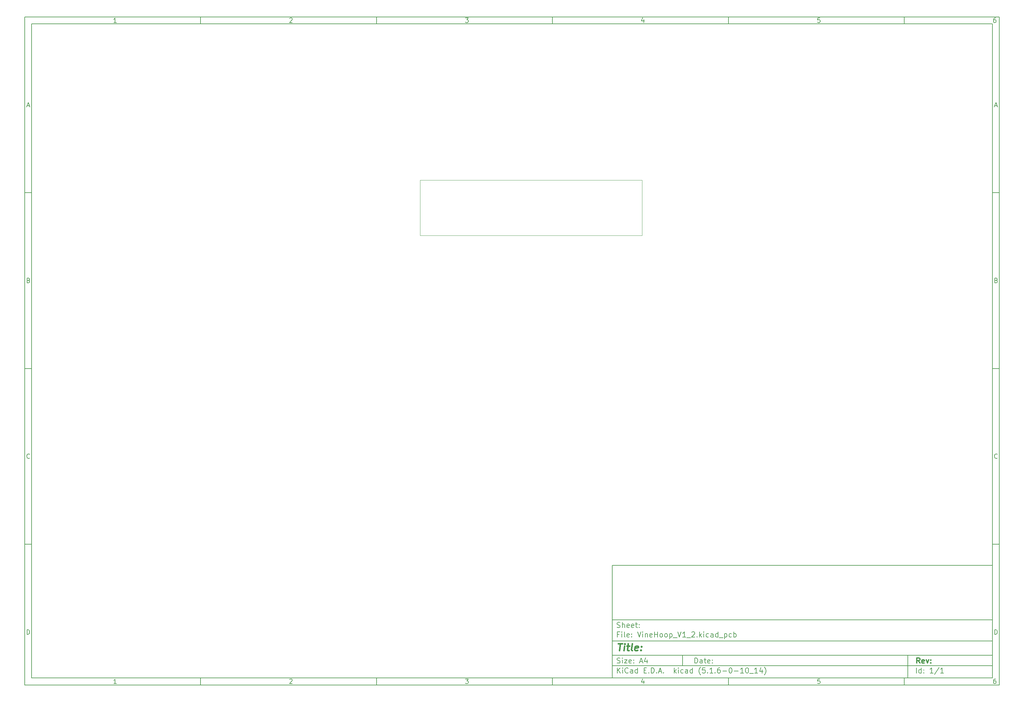
<source format=gm1>
G04 #@! TF.GenerationSoftware,KiCad,Pcbnew,(5.1.6-0-10_14)*
G04 #@! TF.CreationDate,2020-07-22T23:19:56-07:00*
G04 #@! TF.ProjectId,VineHoop_V1_2,56696e65-486f-46f7-905f-56315f322e6b,rev?*
G04 #@! TF.SameCoordinates,Original*
G04 #@! TF.FileFunction,Profile,NP*
%FSLAX46Y46*%
G04 Gerber Fmt 4.6, Leading zero omitted, Abs format (unit mm)*
G04 Created by KiCad (PCBNEW (5.1.6-0-10_14)) date 2020-07-22 23:19:56*
%MOMM*%
%LPD*%
G01*
G04 APERTURE LIST*
%ADD10C,0.100000*%
%ADD11C,0.150000*%
%ADD12C,0.300000*%
%ADD13C,0.400000*%
G04 #@! TA.AperFunction,Profile*
%ADD14C,0.050000*%
G04 #@! TD*
G04 APERTURE END LIST*
D10*
D11*
X177002200Y-166007200D02*
X177002200Y-198007200D01*
X285002200Y-198007200D01*
X285002200Y-166007200D01*
X177002200Y-166007200D01*
D10*
D11*
X10000000Y-10000000D02*
X10000000Y-200007200D01*
X287002200Y-200007200D01*
X287002200Y-10000000D01*
X10000000Y-10000000D01*
D10*
D11*
X12000000Y-12000000D02*
X12000000Y-198007200D01*
X285002200Y-198007200D01*
X285002200Y-12000000D01*
X12000000Y-12000000D01*
D10*
D11*
X60000000Y-12000000D02*
X60000000Y-10000000D01*
D10*
D11*
X110000000Y-12000000D02*
X110000000Y-10000000D01*
D10*
D11*
X160000000Y-12000000D02*
X160000000Y-10000000D01*
D10*
D11*
X210000000Y-12000000D02*
X210000000Y-10000000D01*
D10*
D11*
X260000000Y-12000000D02*
X260000000Y-10000000D01*
D10*
D11*
X36065476Y-11588095D02*
X35322619Y-11588095D01*
X35694047Y-11588095D02*
X35694047Y-10288095D01*
X35570238Y-10473809D01*
X35446428Y-10597619D01*
X35322619Y-10659523D01*
D10*
D11*
X85322619Y-10411904D02*
X85384523Y-10350000D01*
X85508333Y-10288095D01*
X85817857Y-10288095D01*
X85941666Y-10350000D01*
X86003571Y-10411904D01*
X86065476Y-10535714D01*
X86065476Y-10659523D01*
X86003571Y-10845238D01*
X85260714Y-11588095D01*
X86065476Y-11588095D01*
D10*
D11*
X135260714Y-10288095D02*
X136065476Y-10288095D01*
X135632142Y-10783333D01*
X135817857Y-10783333D01*
X135941666Y-10845238D01*
X136003571Y-10907142D01*
X136065476Y-11030952D01*
X136065476Y-11340476D01*
X136003571Y-11464285D01*
X135941666Y-11526190D01*
X135817857Y-11588095D01*
X135446428Y-11588095D01*
X135322619Y-11526190D01*
X135260714Y-11464285D01*
D10*
D11*
X185941666Y-10721428D02*
X185941666Y-11588095D01*
X185632142Y-10226190D02*
X185322619Y-11154761D01*
X186127380Y-11154761D01*
D10*
D11*
X236003571Y-10288095D02*
X235384523Y-10288095D01*
X235322619Y-10907142D01*
X235384523Y-10845238D01*
X235508333Y-10783333D01*
X235817857Y-10783333D01*
X235941666Y-10845238D01*
X236003571Y-10907142D01*
X236065476Y-11030952D01*
X236065476Y-11340476D01*
X236003571Y-11464285D01*
X235941666Y-11526190D01*
X235817857Y-11588095D01*
X235508333Y-11588095D01*
X235384523Y-11526190D01*
X235322619Y-11464285D01*
D10*
D11*
X285941666Y-10288095D02*
X285694047Y-10288095D01*
X285570238Y-10350000D01*
X285508333Y-10411904D01*
X285384523Y-10597619D01*
X285322619Y-10845238D01*
X285322619Y-11340476D01*
X285384523Y-11464285D01*
X285446428Y-11526190D01*
X285570238Y-11588095D01*
X285817857Y-11588095D01*
X285941666Y-11526190D01*
X286003571Y-11464285D01*
X286065476Y-11340476D01*
X286065476Y-11030952D01*
X286003571Y-10907142D01*
X285941666Y-10845238D01*
X285817857Y-10783333D01*
X285570238Y-10783333D01*
X285446428Y-10845238D01*
X285384523Y-10907142D01*
X285322619Y-11030952D01*
D10*
D11*
X60000000Y-198007200D02*
X60000000Y-200007200D01*
D10*
D11*
X110000000Y-198007200D02*
X110000000Y-200007200D01*
D10*
D11*
X160000000Y-198007200D02*
X160000000Y-200007200D01*
D10*
D11*
X210000000Y-198007200D02*
X210000000Y-200007200D01*
D10*
D11*
X260000000Y-198007200D02*
X260000000Y-200007200D01*
D10*
D11*
X36065476Y-199595295D02*
X35322619Y-199595295D01*
X35694047Y-199595295D02*
X35694047Y-198295295D01*
X35570238Y-198481009D01*
X35446428Y-198604819D01*
X35322619Y-198666723D01*
D10*
D11*
X85322619Y-198419104D02*
X85384523Y-198357200D01*
X85508333Y-198295295D01*
X85817857Y-198295295D01*
X85941666Y-198357200D01*
X86003571Y-198419104D01*
X86065476Y-198542914D01*
X86065476Y-198666723D01*
X86003571Y-198852438D01*
X85260714Y-199595295D01*
X86065476Y-199595295D01*
D10*
D11*
X135260714Y-198295295D02*
X136065476Y-198295295D01*
X135632142Y-198790533D01*
X135817857Y-198790533D01*
X135941666Y-198852438D01*
X136003571Y-198914342D01*
X136065476Y-199038152D01*
X136065476Y-199347676D01*
X136003571Y-199471485D01*
X135941666Y-199533390D01*
X135817857Y-199595295D01*
X135446428Y-199595295D01*
X135322619Y-199533390D01*
X135260714Y-199471485D01*
D10*
D11*
X185941666Y-198728628D02*
X185941666Y-199595295D01*
X185632142Y-198233390D02*
X185322619Y-199161961D01*
X186127380Y-199161961D01*
D10*
D11*
X236003571Y-198295295D02*
X235384523Y-198295295D01*
X235322619Y-198914342D01*
X235384523Y-198852438D01*
X235508333Y-198790533D01*
X235817857Y-198790533D01*
X235941666Y-198852438D01*
X236003571Y-198914342D01*
X236065476Y-199038152D01*
X236065476Y-199347676D01*
X236003571Y-199471485D01*
X235941666Y-199533390D01*
X235817857Y-199595295D01*
X235508333Y-199595295D01*
X235384523Y-199533390D01*
X235322619Y-199471485D01*
D10*
D11*
X285941666Y-198295295D02*
X285694047Y-198295295D01*
X285570238Y-198357200D01*
X285508333Y-198419104D01*
X285384523Y-198604819D01*
X285322619Y-198852438D01*
X285322619Y-199347676D01*
X285384523Y-199471485D01*
X285446428Y-199533390D01*
X285570238Y-199595295D01*
X285817857Y-199595295D01*
X285941666Y-199533390D01*
X286003571Y-199471485D01*
X286065476Y-199347676D01*
X286065476Y-199038152D01*
X286003571Y-198914342D01*
X285941666Y-198852438D01*
X285817857Y-198790533D01*
X285570238Y-198790533D01*
X285446428Y-198852438D01*
X285384523Y-198914342D01*
X285322619Y-199038152D01*
D10*
D11*
X10000000Y-60000000D02*
X12000000Y-60000000D01*
D10*
D11*
X10000000Y-110000000D02*
X12000000Y-110000000D01*
D10*
D11*
X10000000Y-160000000D02*
X12000000Y-160000000D01*
D10*
D11*
X10690476Y-35216666D02*
X11309523Y-35216666D01*
X10566666Y-35588095D02*
X11000000Y-34288095D01*
X11433333Y-35588095D01*
D10*
D11*
X11092857Y-84907142D02*
X11278571Y-84969047D01*
X11340476Y-85030952D01*
X11402380Y-85154761D01*
X11402380Y-85340476D01*
X11340476Y-85464285D01*
X11278571Y-85526190D01*
X11154761Y-85588095D01*
X10659523Y-85588095D01*
X10659523Y-84288095D01*
X11092857Y-84288095D01*
X11216666Y-84350000D01*
X11278571Y-84411904D01*
X11340476Y-84535714D01*
X11340476Y-84659523D01*
X11278571Y-84783333D01*
X11216666Y-84845238D01*
X11092857Y-84907142D01*
X10659523Y-84907142D01*
D10*
D11*
X11402380Y-135464285D02*
X11340476Y-135526190D01*
X11154761Y-135588095D01*
X11030952Y-135588095D01*
X10845238Y-135526190D01*
X10721428Y-135402380D01*
X10659523Y-135278571D01*
X10597619Y-135030952D01*
X10597619Y-134845238D01*
X10659523Y-134597619D01*
X10721428Y-134473809D01*
X10845238Y-134350000D01*
X11030952Y-134288095D01*
X11154761Y-134288095D01*
X11340476Y-134350000D01*
X11402380Y-134411904D01*
D10*
D11*
X10659523Y-185588095D02*
X10659523Y-184288095D01*
X10969047Y-184288095D01*
X11154761Y-184350000D01*
X11278571Y-184473809D01*
X11340476Y-184597619D01*
X11402380Y-184845238D01*
X11402380Y-185030952D01*
X11340476Y-185278571D01*
X11278571Y-185402380D01*
X11154761Y-185526190D01*
X10969047Y-185588095D01*
X10659523Y-185588095D01*
D10*
D11*
X287002200Y-60000000D02*
X285002200Y-60000000D01*
D10*
D11*
X287002200Y-110000000D02*
X285002200Y-110000000D01*
D10*
D11*
X287002200Y-160000000D02*
X285002200Y-160000000D01*
D10*
D11*
X285692676Y-35216666D02*
X286311723Y-35216666D01*
X285568866Y-35588095D02*
X286002200Y-34288095D01*
X286435533Y-35588095D01*
D10*
D11*
X286095057Y-84907142D02*
X286280771Y-84969047D01*
X286342676Y-85030952D01*
X286404580Y-85154761D01*
X286404580Y-85340476D01*
X286342676Y-85464285D01*
X286280771Y-85526190D01*
X286156961Y-85588095D01*
X285661723Y-85588095D01*
X285661723Y-84288095D01*
X286095057Y-84288095D01*
X286218866Y-84350000D01*
X286280771Y-84411904D01*
X286342676Y-84535714D01*
X286342676Y-84659523D01*
X286280771Y-84783333D01*
X286218866Y-84845238D01*
X286095057Y-84907142D01*
X285661723Y-84907142D01*
D10*
D11*
X286404580Y-135464285D02*
X286342676Y-135526190D01*
X286156961Y-135588095D01*
X286033152Y-135588095D01*
X285847438Y-135526190D01*
X285723628Y-135402380D01*
X285661723Y-135278571D01*
X285599819Y-135030952D01*
X285599819Y-134845238D01*
X285661723Y-134597619D01*
X285723628Y-134473809D01*
X285847438Y-134350000D01*
X286033152Y-134288095D01*
X286156961Y-134288095D01*
X286342676Y-134350000D01*
X286404580Y-134411904D01*
D10*
D11*
X285661723Y-185588095D02*
X285661723Y-184288095D01*
X285971247Y-184288095D01*
X286156961Y-184350000D01*
X286280771Y-184473809D01*
X286342676Y-184597619D01*
X286404580Y-184845238D01*
X286404580Y-185030952D01*
X286342676Y-185278571D01*
X286280771Y-185402380D01*
X286156961Y-185526190D01*
X285971247Y-185588095D01*
X285661723Y-185588095D01*
D10*
D11*
X200434342Y-193785771D02*
X200434342Y-192285771D01*
X200791485Y-192285771D01*
X201005771Y-192357200D01*
X201148628Y-192500057D01*
X201220057Y-192642914D01*
X201291485Y-192928628D01*
X201291485Y-193142914D01*
X201220057Y-193428628D01*
X201148628Y-193571485D01*
X201005771Y-193714342D01*
X200791485Y-193785771D01*
X200434342Y-193785771D01*
X202577200Y-193785771D02*
X202577200Y-193000057D01*
X202505771Y-192857200D01*
X202362914Y-192785771D01*
X202077200Y-192785771D01*
X201934342Y-192857200D01*
X202577200Y-193714342D02*
X202434342Y-193785771D01*
X202077200Y-193785771D01*
X201934342Y-193714342D01*
X201862914Y-193571485D01*
X201862914Y-193428628D01*
X201934342Y-193285771D01*
X202077200Y-193214342D01*
X202434342Y-193214342D01*
X202577200Y-193142914D01*
X203077200Y-192785771D02*
X203648628Y-192785771D01*
X203291485Y-192285771D02*
X203291485Y-193571485D01*
X203362914Y-193714342D01*
X203505771Y-193785771D01*
X203648628Y-193785771D01*
X204720057Y-193714342D02*
X204577200Y-193785771D01*
X204291485Y-193785771D01*
X204148628Y-193714342D01*
X204077200Y-193571485D01*
X204077200Y-193000057D01*
X204148628Y-192857200D01*
X204291485Y-192785771D01*
X204577200Y-192785771D01*
X204720057Y-192857200D01*
X204791485Y-193000057D01*
X204791485Y-193142914D01*
X204077200Y-193285771D01*
X205434342Y-193642914D02*
X205505771Y-193714342D01*
X205434342Y-193785771D01*
X205362914Y-193714342D01*
X205434342Y-193642914D01*
X205434342Y-193785771D01*
X205434342Y-192857200D02*
X205505771Y-192928628D01*
X205434342Y-193000057D01*
X205362914Y-192928628D01*
X205434342Y-192857200D01*
X205434342Y-193000057D01*
D10*
D11*
X177002200Y-194507200D02*
X285002200Y-194507200D01*
D10*
D11*
X178434342Y-196585771D02*
X178434342Y-195085771D01*
X179291485Y-196585771D02*
X178648628Y-195728628D01*
X179291485Y-195085771D02*
X178434342Y-195942914D01*
X179934342Y-196585771D02*
X179934342Y-195585771D01*
X179934342Y-195085771D02*
X179862914Y-195157200D01*
X179934342Y-195228628D01*
X180005771Y-195157200D01*
X179934342Y-195085771D01*
X179934342Y-195228628D01*
X181505771Y-196442914D02*
X181434342Y-196514342D01*
X181220057Y-196585771D01*
X181077200Y-196585771D01*
X180862914Y-196514342D01*
X180720057Y-196371485D01*
X180648628Y-196228628D01*
X180577200Y-195942914D01*
X180577200Y-195728628D01*
X180648628Y-195442914D01*
X180720057Y-195300057D01*
X180862914Y-195157200D01*
X181077200Y-195085771D01*
X181220057Y-195085771D01*
X181434342Y-195157200D01*
X181505771Y-195228628D01*
X182791485Y-196585771D02*
X182791485Y-195800057D01*
X182720057Y-195657200D01*
X182577200Y-195585771D01*
X182291485Y-195585771D01*
X182148628Y-195657200D01*
X182791485Y-196514342D02*
X182648628Y-196585771D01*
X182291485Y-196585771D01*
X182148628Y-196514342D01*
X182077200Y-196371485D01*
X182077200Y-196228628D01*
X182148628Y-196085771D01*
X182291485Y-196014342D01*
X182648628Y-196014342D01*
X182791485Y-195942914D01*
X184148628Y-196585771D02*
X184148628Y-195085771D01*
X184148628Y-196514342D02*
X184005771Y-196585771D01*
X183720057Y-196585771D01*
X183577200Y-196514342D01*
X183505771Y-196442914D01*
X183434342Y-196300057D01*
X183434342Y-195871485D01*
X183505771Y-195728628D01*
X183577200Y-195657200D01*
X183720057Y-195585771D01*
X184005771Y-195585771D01*
X184148628Y-195657200D01*
X186005771Y-195800057D02*
X186505771Y-195800057D01*
X186720057Y-196585771D02*
X186005771Y-196585771D01*
X186005771Y-195085771D01*
X186720057Y-195085771D01*
X187362914Y-196442914D02*
X187434342Y-196514342D01*
X187362914Y-196585771D01*
X187291485Y-196514342D01*
X187362914Y-196442914D01*
X187362914Y-196585771D01*
X188077200Y-196585771D02*
X188077200Y-195085771D01*
X188434342Y-195085771D01*
X188648628Y-195157200D01*
X188791485Y-195300057D01*
X188862914Y-195442914D01*
X188934342Y-195728628D01*
X188934342Y-195942914D01*
X188862914Y-196228628D01*
X188791485Y-196371485D01*
X188648628Y-196514342D01*
X188434342Y-196585771D01*
X188077200Y-196585771D01*
X189577200Y-196442914D02*
X189648628Y-196514342D01*
X189577200Y-196585771D01*
X189505771Y-196514342D01*
X189577200Y-196442914D01*
X189577200Y-196585771D01*
X190220057Y-196157200D02*
X190934342Y-196157200D01*
X190077200Y-196585771D02*
X190577200Y-195085771D01*
X191077200Y-196585771D01*
X191577200Y-196442914D02*
X191648628Y-196514342D01*
X191577200Y-196585771D01*
X191505771Y-196514342D01*
X191577200Y-196442914D01*
X191577200Y-196585771D01*
X194577200Y-196585771D02*
X194577200Y-195085771D01*
X194720057Y-196014342D02*
X195148628Y-196585771D01*
X195148628Y-195585771D02*
X194577200Y-196157200D01*
X195791485Y-196585771D02*
X195791485Y-195585771D01*
X195791485Y-195085771D02*
X195720057Y-195157200D01*
X195791485Y-195228628D01*
X195862914Y-195157200D01*
X195791485Y-195085771D01*
X195791485Y-195228628D01*
X197148628Y-196514342D02*
X197005771Y-196585771D01*
X196720057Y-196585771D01*
X196577200Y-196514342D01*
X196505771Y-196442914D01*
X196434342Y-196300057D01*
X196434342Y-195871485D01*
X196505771Y-195728628D01*
X196577200Y-195657200D01*
X196720057Y-195585771D01*
X197005771Y-195585771D01*
X197148628Y-195657200D01*
X198434342Y-196585771D02*
X198434342Y-195800057D01*
X198362914Y-195657200D01*
X198220057Y-195585771D01*
X197934342Y-195585771D01*
X197791485Y-195657200D01*
X198434342Y-196514342D02*
X198291485Y-196585771D01*
X197934342Y-196585771D01*
X197791485Y-196514342D01*
X197720057Y-196371485D01*
X197720057Y-196228628D01*
X197791485Y-196085771D01*
X197934342Y-196014342D01*
X198291485Y-196014342D01*
X198434342Y-195942914D01*
X199791485Y-196585771D02*
X199791485Y-195085771D01*
X199791485Y-196514342D02*
X199648628Y-196585771D01*
X199362914Y-196585771D01*
X199220057Y-196514342D01*
X199148628Y-196442914D01*
X199077200Y-196300057D01*
X199077200Y-195871485D01*
X199148628Y-195728628D01*
X199220057Y-195657200D01*
X199362914Y-195585771D01*
X199648628Y-195585771D01*
X199791485Y-195657200D01*
X202077200Y-197157200D02*
X202005771Y-197085771D01*
X201862914Y-196871485D01*
X201791485Y-196728628D01*
X201720057Y-196514342D01*
X201648628Y-196157200D01*
X201648628Y-195871485D01*
X201720057Y-195514342D01*
X201791485Y-195300057D01*
X201862914Y-195157200D01*
X202005771Y-194942914D01*
X202077200Y-194871485D01*
X203362914Y-195085771D02*
X202648628Y-195085771D01*
X202577200Y-195800057D01*
X202648628Y-195728628D01*
X202791485Y-195657200D01*
X203148628Y-195657200D01*
X203291485Y-195728628D01*
X203362914Y-195800057D01*
X203434342Y-195942914D01*
X203434342Y-196300057D01*
X203362914Y-196442914D01*
X203291485Y-196514342D01*
X203148628Y-196585771D01*
X202791485Y-196585771D01*
X202648628Y-196514342D01*
X202577200Y-196442914D01*
X204077200Y-196442914D02*
X204148628Y-196514342D01*
X204077200Y-196585771D01*
X204005771Y-196514342D01*
X204077200Y-196442914D01*
X204077200Y-196585771D01*
X205577200Y-196585771D02*
X204720057Y-196585771D01*
X205148628Y-196585771D02*
X205148628Y-195085771D01*
X205005771Y-195300057D01*
X204862914Y-195442914D01*
X204720057Y-195514342D01*
X206220057Y-196442914D02*
X206291485Y-196514342D01*
X206220057Y-196585771D01*
X206148628Y-196514342D01*
X206220057Y-196442914D01*
X206220057Y-196585771D01*
X207577200Y-195085771D02*
X207291485Y-195085771D01*
X207148628Y-195157200D01*
X207077200Y-195228628D01*
X206934342Y-195442914D01*
X206862914Y-195728628D01*
X206862914Y-196300057D01*
X206934342Y-196442914D01*
X207005771Y-196514342D01*
X207148628Y-196585771D01*
X207434342Y-196585771D01*
X207577200Y-196514342D01*
X207648628Y-196442914D01*
X207720057Y-196300057D01*
X207720057Y-195942914D01*
X207648628Y-195800057D01*
X207577200Y-195728628D01*
X207434342Y-195657200D01*
X207148628Y-195657200D01*
X207005771Y-195728628D01*
X206934342Y-195800057D01*
X206862914Y-195942914D01*
X208362914Y-196014342D02*
X209505771Y-196014342D01*
X210505771Y-195085771D02*
X210648628Y-195085771D01*
X210791485Y-195157200D01*
X210862914Y-195228628D01*
X210934342Y-195371485D01*
X211005771Y-195657200D01*
X211005771Y-196014342D01*
X210934342Y-196300057D01*
X210862914Y-196442914D01*
X210791485Y-196514342D01*
X210648628Y-196585771D01*
X210505771Y-196585771D01*
X210362914Y-196514342D01*
X210291485Y-196442914D01*
X210220057Y-196300057D01*
X210148628Y-196014342D01*
X210148628Y-195657200D01*
X210220057Y-195371485D01*
X210291485Y-195228628D01*
X210362914Y-195157200D01*
X210505771Y-195085771D01*
X211648628Y-196014342D02*
X212791485Y-196014342D01*
X214291485Y-196585771D02*
X213434342Y-196585771D01*
X213862914Y-196585771D02*
X213862914Y-195085771D01*
X213720057Y-195300057D01*
X213577200Y-195442914D01*
X213434342Y-195514342D01*
X215220057Y-195085771D02*
X215362914Y-195085771D01*
X215505771Y-195157200D01*
X215577200Y-195228628D01*
X215648628Y-195371485D01*
X215720057Y-195657200D01*
X215720057Y-196014342D01*
X215648628Y-196300057D01*
X215577200Y-196442914D01*
X215505771Y-196514342D01*
X215362914Y-196585771D01*
X215220057Y-196585771D01*
X215077200Y-196514342D01*
X215005771Y-196442914D01*
X214934342Y-196300057D01*
X214862914Y-196014342D01*
X214862914Y-195657200D01*
X214934342Y-195371485D01*
X215005771Y-195228628D01*
X215077200Y-195157200D01*
X215220057Y-195085771D01*
X216005771Y-196728628D02*
X217148628Y-196728628D01*
X218291485Y-196585771D02*
X217434342Y-196585771D01*
X217862914Y-196585771D02*
X217862914Y-195085771D01*
X217720057Y-195300057D01*
X217577200Y-195442914D01*
X217434342Y-195514342D01*
X219577200Y-195585771D02*
X219577200Y-196585771D01*
X219220057Y-195014342D02*
X218862914Y-196085771D01*
X219791485Y-196085771D01*
X220220057Y-197157200D02*
X220291485Y-197085771D01*
X220434342Y-196871485D01*
X220505771Y-196728628D01*
X220577200Y-196514342D01*
X220648628Y-196157200D01*
X220648628Y-195871485D01*
X220577200Y-195514342D01*
X220505771Y-195300057D01*
X220434342Y-195157200D01*
X220291485Y-194942914D01*
X220220057Y-194871485D01*
D10*
D11*
X177002200Y-191507200D02*
X285002200Y-191507200D01*
D10*
D12*
X264411485Y-193785771D02*
X263911485Y-193071485D01*
X263554342Y-193785771D02*
X263554342Y-192285771D01*
X264125771Y-192285771D01*
X264268628Y-192357200D01*
X264340057Y-192428628D01*
X264411485Y-192571485D01*
X264411485Y-192785771D01*
X264340057Y-192928628D01*
X264268628Y-193000057D01*
X264125771Y-193071485D01*
X263554342Y-193071485D01*
X265625771Y-193714342D02*
X265482914Y-193785771D01*
X265197200Y-193785771D01*
X265054342Y-193714342D01*
X264982914Y-193571485D01*
X264982914Y-193000057D01*
X265054342Y-192857200D01*
X265197200Y-192785771D01*
X265482914Y-192785771D01*
X265625771Y-192857200D01*
X265697200Y-193000057D01*
X265697200Y-193142914D01*
X264982914Y-193285771D01*
X266197200Y-192785771D02*
X266554342Y-193785771D01*
X266911485Y-192785771D01*
X267482914Y-193642914D02*
X267554342Y-193714342D01*
X267482914Y-193785771D01*
X267411485Y-193714342D01*
X267482914Y-193642914D01*
X267482914Y-193785771D01*
X267482914Y-192857200D02*
X267554342Y-192928628D01*
X267482914Y-193000057D01*
X267411485Y-192928628D01*
X267482914Y-192857200D01*
X267482914Y-193000057D01*
D10*
D11*
X178362914Y-193714342D02*
X178577200Y-193785771D01*
X178934342Y-193785771D01*
X179077200Y-193714342D01*
X179148628Y-193642914D01*
X179220057Y-193500057D01*
X179220057Y-193357200D01*
X179148628Y-193214342D01*
X179077200Y-193142914D01*
X178934342Y-193071485D01*
X178648628Y-193000057D01*
X178505771Y-192928628D01*
X178434342Y-192857200D01*
X178362914Y-192714342D01*
X178362914Y-192571485D01*
X178434342Y-192428628D01*
X178505771Y-192357200D01*
X178648628Y-192285771D01*
X179005771Y-192285771D01*
X179220057Y-192357200D01*
X179862914Y-193785771D02*
X179862914Y-192785771D01*
X179862914Y-192285771D02*
X179791485Y-192357200D01*
X179862914Y-192428628D01*
X179934342Y-192357200D01*
X179862914Y-192285771D01*
X179862914Y-192428628D01*
X180434342Y-192785771D02*
X181220057Y-192785771D01*
X180434342Y-193785771D01*
X181220057Y-193785771D01*
X182362914Y-193714342D02*
X182220057Y-193785771D01*
X181934342Y-193785771D01*
X181791485Y-193714342D01*
X181720057Y-193571485D01*
X181720057Y-193000057D01*
X181791485Y-192857200D01*
X181934342Y-192785771D01*
X182220057Y-192785771D01*
X182362914Y-192857200D01*
X182434342Y-193000057D01*
X182434342Y-193142914D01*
X181720057Y-193285771D01*
X183077200Y-193642914D02*
X183148628Y-193714342D01*
X183077200Y-193785771D01*
X183005771Y-193714342D01*
X183077200Y-193642914D01*
X183077200Y-193785771D01*
X183077200Y-192857200D02*
X183148628Y-192928628D01*
X183077200Y-193000057D01*
X183005771Y-192928628D01*
X183077200Y-192857200D01*
X183077200Y-193000057D01*
X184862914Y-193357200D02*
X185577200Y-193357200D01*
X184720057Y-193785771D02*
X185220057Y-192285771D01*
X185720057Y-193785771D01*
X186862914Y-192785771D02*
X186862914Y-193785771D01*
X186505771Y-192214342D02*
X186148628Y-193285771D01*
X187077200Y-193285771D01*
D10*
D11*
X263434342Y-196585771D02*
X263434342Y-195085771D01*
X264791485Y-196585771D02*
X264791485Y-195085771D01*
X264791485Y-196514342D02*
X264648628Y-196585771D01*
X264362914Y-196585771D01*
X264220057Y-196514342D01*
X264148628Y-196442914D01*
X264077200Y-196300057D01*
X264077200Y-195871485D01*
X264148628Y-195728628D01*
X264220057Y-195657200D01*
X264362914Y-195585771D01*
X264648628Y-195585771D01*
X264791485Y-195657200D01*
X265505771Y-196442914D02*
X265577200Y-196514342D01*
X265505771Y-196585771D01*
X265434342Y-196514342D01*
X265505771Y-196442914D01*
X265505771Y-196585771D01*
X265505771Y-195657200D02*
X265577200Y-195728628D01*
X265505771Y-195800057D01*
X265434342Y-195728628D01*
X265505771Y-195657200D01*
X265505771Y-195800057D01*
X268148628Y-196585771D02*
X267291485Y-196585771D01*
X267720057Y-196585771D02*
X267720057Y-195085771D01*
X267577200Y-195300057D01*
X267434342Y-195442914D01*
X267291485Y-195514342D01*
X269862914Y-195014342D02*
X268577200Y-196942914D01*
X271148628Y-196585771D02*
X270291485Y-196585771D01*
X270720057Y-196585771D02*
X270720057Y-195085771D01*
X270577200Y-195300057D01*
X270434342Y-195442914D01*
X270291485Y-195514342D01*
D10*
D11*
X177002200Y-187507200D02*
X285002200Y-187507200D01*
D10*
D13*
X178714580Y-188211961D02*
X179857438Y-188211961D01*
X179036009Y-190211961D02*
X179286009Y-188211961D01*
X180274104Y-190211961D02*
X180440771Y-188878628D01*
X180524104Y-188211961D02*
X180416961Y-188307200D01*
X180500295Y-188402438D01*
X180607438Y-188307200D01*
X180524104Y-188211961D01*
X180500295Y-188402438D01*
X181107438Y-188878628D02*
X181869342Y-188878628D01*
X181476485Y-188211961D02*
X181262200Y-189926247D01*
X181333628Y-190116723D01*
X181512200Y-190211961D01*
X181702676Y-190211961D01*
X182655057Y-190211961D02*
X182476485Y-190116723D01*
X182405057Y-189926247D01*
X182619342Y-188211961D01*
X184190771Y-190116723D02*
X183988390Y-190211961D01*
X183607438Y-190211961D01*
X183428866Y-190116723D01*
X183357438Y-189926247D01*
X183452676Y-189164342D01*
X183571723Y-188973866D01*
X183774104Y-188878628D01*
X184155057Y-188878628D01*
X184333628Y-188973866D01*
X184405057Y-189164342D01*
X184381247Y-189354819D01*
X183405057Y-189545295D01*
X185155057Y-190021485D02*
X185238390Y-190116723D01*
X185131247Y-190211961D01*
X185047914Y-190116723D01*
X185155057Y-190021485D01*
X185131247Y-190211961D01*
X185286009Y-188973866D02*
X185369342Y-189069104D01*
X185262200Y-189164342D01*
X185178866Y-189069104D01*
X185286009Y-188973866D01*
X185262200Y-189164342D01*
D10*
D11*
X178934342Y-185600057D02*
X178434342Y-185600057D01*
X178434342Y-186385771D02*
X178434342Y-184885771D01*
X179148628Y-184885771D01*
X179720057Y-186385771D02*
X179720057Y-185385771D01*
X179720057Y-184885771D02*
X179648628Y-184957200D01*
X179720057Y-185028628D01*
X179791485Y-184957200D01*
X179720057Y-184885771D01*
X179720057Y-185028628D01*
X180648628Y-186385771D02*
X180505771Y-186314342D01*
X180434342Y-186171485D01*
X180434342Y-184885771D01*
X181791485Y-186314342D02*
X181648628Y-186385771D01*
X181362914Y-186385771D01*
X181220057Y-186314342D01*
X181148628Y-186171485D01*
X181148628Y-185600057D01*
X181220057Y-185457200D01*
X181362914Y-185385771D01*
X181648628Y-185385771D01*
X181791485Y-185457200D01*
X181862914Y-185600057D01*
X181862914Y-185742914D01*
X181148628Y-185885771D01*
X182505771Y-186242914D02*
X182577200Y-186314342D01*
X182505771Y-186385771D01*
X182434342Y-186314342D01*
X182505771Y-186242914D01*
X182505771Y-186385771D01*
X182505771Y-185457200D02*
X182577200Y-185528628D01*
X182505771Y-185600057D01*
X182434342Y-185528628D01*
X182505771Y-185457200D01*
X182505771Y-185600057D01*
X184148628Y-184885771D02*
X184648628Y-186385771D01*
X185148628Y-184885771D01*
X185648628Y-186385771D02*
X185648628Y-185385771D01*
X185648628Y-184885771D02*
X185577200Y-184957200D01*
X185648628Y-185028628D01*
X185720057Y-184957200D01*
X185648628Y-184885771D01*
X185648628Y-185028628D01*
X186362914Y-185385771D02*
X186362914Y-186385771D01*
X186362914Y-185528628D02*
X186434342Y-185457200D01*
X186577200Y-185385771D01*
X186791485Y-185385771D01*
X186934342Y-185457200D01*
X187005771Y-185600057D01*
X187005771Y-186385771D01*
X188291485Y-186314342D02*
X188148628Y-186385771D01*
X187862914Y-186385771D01*
X187720057Y-186314342D01*
X187648628Y-186171485D01*
X187648628Y-185600057D01*
X187720057Y-185457200D01*
X187862914Y-185385771D01*
X188148628Y-185385771D01*
X188291485Y-185457200D01*
X188362914Y-185600057D01*
X188362914Y-185742914D01*
X187648628Y-185885771D01*
X189005771Y-186385771D02*
X189005771Y-184885771D01*
X189005771Y-185600057D02*
X189862914Y-185600057D01*
X189862914Y-186385771D02*
X189862914Y-184885771D01*
X190791485Y-186385771D02*
X190648628Y-186314342D01*
X190577200Y-186242914D01*
X190505771Y-186100057D01*
X190505771Y-185671485D01*
X190577200Y-185528628D01*
X190648628Y-185457200D01*
X190791485Y-185385771D01*
X191005771Y-185385771D01*
X191148628Y-185457200D01*
X191220057Y-185528628D01*
X191291485Y-185671485D01*
X191291485Y-186100057D01*
X191220057Y-186242914D01*
X191148628Y-186314342D01*
X191005771Y-186385771D01*
X190791485Y-186385771D01*
X192148628Y-186385771D02*
X192005771Y-186314342D01*
X191934342Y-186242914D01*
X191862914Y-186100057D01*
X191862914Y-185671485D01*
X191934342Y-185528628D01*
X192005771Y-185457200D01*
X192148628Y-185385771D01*
X192362914Y-185385771D01*
X192505771Y-185457200D01*
X192577200Y-185528628D01*
X192648628Y-185671485D01*
X192648628Y-186100057D01*
X192577200Y-186242914D01*
X192505771Y-186314342D01*
X192362914Y-186385771D01*
X192148628Y-186385771D01*
X193291485Y-185385771D02*
X193291485Y-186885771D01*
X193291485Y-185457200D02*
X193434342Y-185385771D01*
X193720057Y-185385771D01*
X193862914Y-185457200D01*
X193934342Y-185528628D01*
X194005771Y-185671485D01*
X194005771Y-186100057D01*
X193934342Y-186242914D01*
X193862914Y-186314342D01*
X193720057Y-186385771D01*
X193434342Y-186385771D01*
X193291485Y-186314342D01*
X194291485Y-186528628D02*
X195434342Y-186528628D01*
X195577200Y-184885771D02*
X196077200Y-186385771D01*
X196577200Y-184885771D01*
X197862914Y-186385771D02*
X197005771Y-186385771D01*
X197434342Y-186385771D02*
X197434342Y-184885771D01*
X197291485Y-185100057D01*
X197148628Y-185242914D01*
X197005771Y-185314342D01*
X198148628Y-186528628D02*
X199291485Y-186528628D01*
X199577200Y-185028628D02*
X199648628Y-184957200D01*
X199791485Y-184885771D01*
X200148628Y-184885771D01*
X200291485Y-184957200D01*
X200362914Y-185028628D01*
X200434342Y-185171485D01*
X200434342Y-185314342D01*
X200362914Y-185528628D01*
X199505771Y-186385771D01*
X200434342Y-186385771D01*
X201077200Y-186242914D02*
X201148628Y-186314342D01*
X201077200Y-186385771D01*
X201005771Y-186314342D01*
X201077200Y-186242914D01*
X201077200Y-186385771D01*
X201791485Y-186385771D02*
X201791485Y-184885771D01*
X201934342Y-185814342D02*
X202362914Y-186385771D01*
X202362914Y-185385771D02*
X201791485Y-185957200D01*
X203005771Y-186385771D02*
X203005771Y-185385771D01*
X203005771Y-184885771D02*
X202934342Y-184957200D01*
X203005771Y-185028628D01*
X203077200Y-184957200D01*
X203005771Y-184885771D01*
X203005771Y-185028628D01*
X204362914Y-186314342D02*
X204220057Y-186385771D01*
X203934342Y-186385771D01*
X203791485Y-186314342D01*
X203720057Y-186242914D01*
X203648628Y-186100057D01*
X203648628Y-185671485D01*
X203720057Y-185528628D01*
X203791485Y-185457200D01*
X203934342Y-185385771D01*
X204220057Y-185385771D01*
X204362914Y-185457200D01*
X205648628Y-186385771D02*
X205648628Y-185600057D01*
X205577200Y-185457200D01*
X205434342Y-185385771D01*
X205148628Y-185385771D01*
X205005771Y-185457200D01*
X205648628Y-186314342D02*
X205505771Y-186385771D01*
X205148628Y-186385771D01*
X205005771Y-186314342D01*
X204934342Y-186171485D01*
X204934342Y-186028628D01*
X205005771Y-185885771D01*
X205148628Y-185814342D01*
X205505771Y-185814342D01*
X205648628Y-185742914D01*
X207005771Y-186385771D02*
X207005771Y-184885771D01*
X207005771Y-186314342D02*
X206862914Y-186385771D01*
X206577200Y-186385771D01*
X206434342Y-186314342D01*
X206362914Y-186242914D01*
X206291485Y-186100057D01*
X206291485Y-185671485D01*
X206362914Y-185528628D01*
X206434342Y-185457200D01*
X206577200Y-185385771D01*
X206862914Y-185385771D01*
X207005771Y-185457200D01*
X207362914Y-186528628D02*
X208505771Y-186528628D01*
X208862914Y-185385771D02*
X208862914Y-186885771D01*
X208862914Y-185457200D02*
X209005771Y-185385771D01*
X209291485Y-185385771D01*
X209434342Y-185457200D01*
X209505771Y-185528628D01*
X209577200Y-185671485D01*
X209577200Y-186100057D01*
X209505771Y-186242914D01*
X209434342Y-186314342D01*
X209291485Y-186385771D01*
X209005771Y-186385771D01*
X208862914Y-186314342D01*
X210862914Y-186314342D02*
X210720057Y-186385771D01*
X210434342Y-186385771D01*
X210291485Y-186314342D01*
X210220057Y-186242914D01*
X210148628Y-186100057D01*
X210148628Y-185671485D01*
X210220057Y-185528628D01*
X210291485Y-185457200D01*
X210434342Y-185385771D01*
X210720057Y-185385771D01*
X210862914Y-185457200D01*
X211505771Y-186385771D02*
X211505771Y-184885771D01*
X211505771Y-185457200D02*
X211648628Y-185385771D01*
X211934342Y-185385771D01*
X212077200Y-185457200D01*
X212148628Y-185528628D01*
X212220057Y-185671485D01*
X212220057Y-186100057D01*
X212148628Y-186242914D01*
X212077200Y-186314342D01*
X211934342Y-186385771D01*
X211648628Y-186385771D01*
X211505771Y-186314342D01*
D10*
D11*
X177002200Y-181507200D02*
X285002200Y-181507200D01*
D10*
D11*
X178362914Y-183614342D02*
X178577200Y-183685771D01*
X178934342Y-183685771D01*
X179077200Y-183614342D01*
X179148628Y-183542914D01*
X179220057Y-183400057D01*
X179220057Y-183257200D01*
X179148628Y-183114342D01*
X179077200Y-183042914D01*
X178934342Y-182971485D01*
X178648628Y-182900057D01*
X178505771Y-182828628D01*
X178434342Y-182757200D01*
X178362914Y-182614342D01*
X178362914Y-182471485D01*
X178434342Y-182328628D01*
X178505771Y-182257200D01*
X178648628Y-182185771D01*
X179005771Y-182185771D01*
X179220057Y-182257200D01*
X179862914Y-183685771D02*
X179862914Y-182185771D01*
X180505771Y-183685771D02*
X180505771Y-182900057D01*
X180434342Y-182757200D01*
X180291485Y-182685771D01*
X180077200Y-182685771D01*
X179934342Y-182757200D01*
X179862914Y-182828628D01*
X181791485Y-183614342D02*
X181648628Y-183685771D01*
X181362914Y-183685771D01*
X181220057Y-183614342D01*
X181148628Y-183471485D01*
X181148628Y-182900057D01*
X181220057Y-182757200D01*
X181362914Y-182685771D01*
X181648628Y-182685771D01*
X181791485Y-182757200D01*
X181862914Y-182900057D01*
X181862914Y-183042914D01*
X181148628Y-183185771D01*
X183077200Y-183614342D02*
X182934342Y-183685771D01*
X182648628Y-183685771D01*
X182505771Y-183614342D01*
X182434342Y-183471485D01*
X182434342Y-182900057D01*
X182505771Y-182757200D01*
X182648628Y-182685771D01*
X182934342Y-182685771D01*
X183077200Y-182757200D01*
X183148628Y-182900057D01*
X183148628Y-183042914D01*
X182434342Y-183185771D01*
X183577200Y-182685771D02*
X184148628Y-182685771D01*
X183791485Y-182185771D02*
X183791485Y-183471485D01*
X183862914Y-183614342D01*
X184005771Y-183685771D01*
X184148628Y-183685771D01*
X184648628Y-183542914D02*
X184720057Y-183614342D01*
X184648628Y-183685771D01*
X184577200Y-183614342D01*
X184648628Y-183542914D01*
X184648628Y-183685771D01*
X184648628Y-182757200D02*
X184720057Y-182828628D01*
X184648628Y-182900057D01*
X184577200Y-182828628D01*
X184648628Y-182757200D01*
X184648628Y-182900057D01*
D10*
D11*
X197002200Y-191507200D02*
X197002200Y-194507200D01*
D10*
D11*
X261002200Y-191507200D02*
X261002200Y-198007200D01*
D14*
X122364500Y-56388000D02*
X122364500Y-72199500D01*
X140208000Y-72136000D02*
X122364500Y-72199500D01*
X185420000Y-56388000D02*
X122364500Y-56388000D01*
X185420000Y-56388000D02*
X185420000Y-72136000D01*
X185420000Y-72136000D02*
X140208000Y-72136000D01*
M02*

</source>
